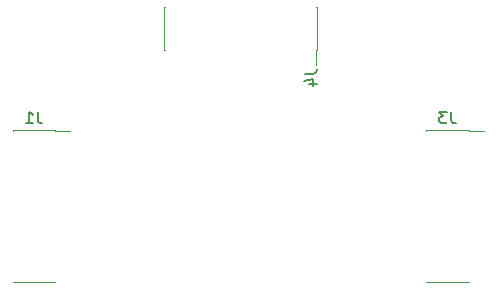
<source format=gbr>
%TF.GenerationSoftware,KiCad,Pcbnew,9.0.6*%
%TF.CreationDate,2026-01-01T11:49:18+08:00*%
%TF.ProjectId,soulcore,736f756c-636f-4726-952e-6b696361645f,rev?*%
%TF.SameCoordinates,Original*%
%TF.FileFunction,Legend,Bot*%
%TF.FilePolarity,Positive*%
%FSLAX46Y46*%
G04 Gerber Fmt 4.6, Leading zero omitted, Abs format (unit mm)*
G04 Created by KiCad (PCBNEW 9.0.6) date 2026-01-01 11:49:18*
%MOMM*%
%LPD*%
G01*
G04 APERTURE LIST*
%ADD10C,0.150000*%
%ADD11C,0.120000*%
%ADD12C,4.400000*%
%ADD13R,1.350000X1.350000*%
%ADD14C,1.350000*%
%ADD15R,2.400000X0.740000*%
%ADD16R,0.740000X2.400000*%
G04 APERTURE END LIST*
D10*
X142833333Y-111994819D02*
X142833333Y-112709104D01*
X142833333Y-112709104D02*
X142880952Y-112851961D01*
X142880952Y-112851961D02*
X142976190Y-112947200D01*
X142976190Y-112947200D02*
X143119047Y-112994819D01*
X143119047Y-112994819D02*
X143214285Y-112994819D01*
X142452380Y-111994819D02*
X141833333Y-111994819D01*
X141833333Y-111994819D02*
X142166666Y-112375771D01*
X142166666Y-112375771D02*
X142023809Y-112375771D01*
X142023809Y-112375771D02*
X141928571Y-112423390D01*
X141928571Y-112423390D02*
X141880952Y-112471009D01*
X141880952Y-112471009D02*
X141833333Y-112566247D01*
X141833333Y-112566247D02*
X141833333Y-112804342D01*
X141833333Y-112804342D02*
X141880952Y-112899580D01*
X141880952Y-112899580D02*
X141928571Y-112947200D01*
X141928571Y-112947200D02*
X142023809Y-112994819D01*
X142023809Y-112994819D02*
X142309523Y-112994819D01*
X142309523Y-112994819D02*
X142404761Y-112947200D01*
X142404761Y-112947200D02*
X142452380Y-112899580D01*
X107833333Y-111994819D02*
X107833333Y-112709104D01*
X107833333Y-112709104D02*
X107880952Y-112851961D01*
X107880952Y-112851961D02*
X107976190Y-112947200D01*
X107976190Y-112947200D02*
X108119047Y-112994819D01*
X108119047Y-112994819D02*
X108214285Y-112994819D01*
X106833333Y-112994819D02*
X107404761Y-112994819D01*
X107119047Y-112994819D02*
X107119047Y-111994819D01*
X107119047Y-111994819D02*
X107214285Y-112137676D01*
X107214285Y-112137676D02*
X107309523Y-112232914D01*
X107309523Y-112232914D02*
X107404761Y-112280533D01*
X130444819Y-108776666D02*
X131159104Y-108776666D01*
X131159104Y-108776666D02*
X131301961Y-108729047D01*
X131301961Y-108729047D02*
X131397200Y-108633809D01*
X131397200Y-108633809D02*
X131444819Y-108490952D01*
X131444819Y-108490952D02*
X131444819Y-108395714D01*
X130778152Y-109681428D02*
X131444819Y-109681428D01*
X130397200Y-109443333D02*
X131111485Y-109205238D01*
X131111485Y-109205238D02*
X131111485Y-109824285D01*
D11*
%TO.C,J3*%
X140685000Y-113540000D02*
X140685000Y-113605000D01*
X140685000Y-126395000D02*
X140685000Y-126460000D01*
X144315000Y-113540000D02*
X140685000Y-113540000D01*
X144315000Y-113540000D02*
X144315000Y-113605000D01*
X144315000Y-126395000D02*
X144315000Y-126460000D01*
X144315000Y-126460000D02*
X140685000Y-126460000D01*
X145590000Y-113605000D02*
X144315000Y-113605000D01*
%TO.C,J1*%
X105685000Y-113540000D02*
X105685000Y-113605000D01*
X105685000Y-126395000D02*
X105685000Y-126460000D01*
X109315000Y-113540000D02*
X105685000Y-113540000D01*
X109315000Y-113540000D02*
X109315000Y-113605000D01*
X109315000Y-126395000D02*
X109315000Y-126460000D01*
X109315000Y-126460000D02*
X105685000Y-126460000D01*
X110590000Y-113605000D02*
X109315000Y-113605000D01*
%TO.C,J4*%
X118540000Y-106815000D02*
X118540000Y-103185000D01*
X118605000Y-103185000D02*
X118540000Y-103185000D01*
X118605000Y-106815000D02*
X118540000Y-106815000D01*
X131395000Y-108090000D02*
X131395000Y-106815000D01*
X131460000Y-103185000D02*
X131395000Y-103185000D01*
X131460000Y-106815000D02*
X131395000Y-106815000D01*
X131460000Y-106815000D02*
X131460000Y-103185000D01*
%TD*%
%LPC*%
D12*
%TO.C,H4*%
X143500000Y-104000000D03*
%TD*%
%TO.C,H3*%
X143500000Y-136000000D03*
%TD*%
%TO.C,H2*%
X106500000Y-104000000D03*
%TD*%
D13*
%TO.C,J2*%
X145880000Y-131940000D03*
D14*
X143880000Y-131940000D03*
X141880000Y-131940000D03*
X139880000Y-131940000D03*
X137880000Y-131940000D03*
X135880000Y-131940000D03*
%TD*%
D12*
%TO.C,H1*%
X106500000Y-136000000D03*
%TD*%
D13*
%TO.C,J5*%
X130580000Y-135650000D03*
D14*
X132580000Y-135650000D03*
X134580000Y-135650000D03*
X136580000Y-135650000D03*
%TD*%
D15*
%TO.C,J3*%
X144450000Y-114285000D03*
X140550000Y-114285000D03*
X144450000Y-115555000D03*
X140550000Y-115555000D03*
X144450000Y-116825000D03*
X140550000Y-116825000D03*
X144450000Y-118095000D03*
X140550000Y-118095000D03*
X144450000Y-119365000D03*
X140550000Y-119365000D03*
X144450000Y-120635000D03*
X140550000Y-120635000D03*
X144450000Y-121905000D03*
X140550000Y-121905000D03*
X144450000Y-123175000D03*
X140550000Y-123175000D03*
X144450000Y-124445000D03*
X140550000Y-124445000D03*
X144450000Y-125715000D03*
X140550000Y-125715000D03*
%TD*%
%TO.C,J1*%
X109450000Y-114285000D03*
X105550000Y-114285000D03*
X109450000Y-115555000D03*
X105550000Y-115555000D03*
X109450000Y-116825000D03*
X105550000Y-116825000D03*
X109450000Y-118095000D03*
X105550000Y-118095000D03*
X109450000Y-119365000D03*
X105550000Y-119365000D03*
X109450000Y-120635000D03*
X105550000Y-120635000D03*
X109450000Y-121905000D03*
X105550000Y-121905000D03*
X109450000Y-123175000D03*
X105550000Y-123175000D03*
X109450000Y-124445000D03*
X105550000Y-124445000D03*
X109450000Y-125715000D03*
X105550000Y-125715000D03*
%TD*%
D16*
%TO.C,J4*%
X130715000Y-106950000D03*
X130715000Y-103050000D03*
X129445000Y-106950000D03*
X129445000Y-103050000D03*
X128175000Y-106950000D03*
X128175000Y-103050000D03*
X126905000Y-106950000D03*
X126905000Y-103050000D03*
X125635000Y-106950000D03*
X125635000Y-103050000D03*
X124365000Y-106950000D03*
X124365000Y-103050000D03*
X123095000Y-106950000D03*
X123095000Y-103050000D03*
X121825000Y-106950000D03*
X121825000Y-103050000D03*
X120555000Y-106950000D03*
X120555000Y-103050000D03*
X119285000Y-106950000D03*
X119285000Y-103050000D03*
%TD*%
%LPD*%
M02*

</source>
